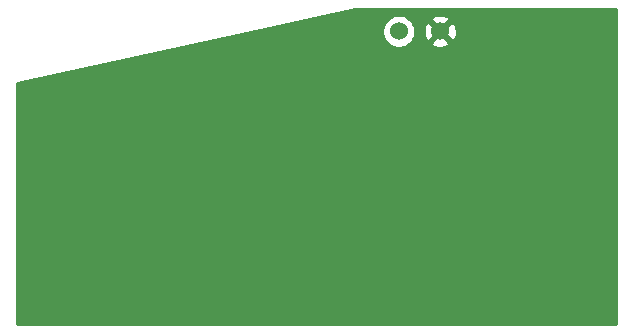
<source format=gbr>
G04 #@! TF.GenerationSoftware,KiCad,Pcbnew,5.1.2-f72e74a~84~ubuntu18.04.1*
G04 #@! TF.CreationDate,2019-07-08T15:36:52+02:00*
G04 #@! TF.ProjectId,prototype_1,70726f74-6f74-4797-9065-5f312e6b6963,rev?*
G04 #@! TF.SameCoordinates,Original*
G04 #@! TF.FileFunction,Copper,L2,Bot*
G04 #@! TF.FilePolarity,Positive*
%FSLAX46Y46*%
G04 Gerber Fmt 4.6, Leading zero omitted, Abs format (unit mm)*
G04 Created by KiCad (PCBNEW 5.1.2-f72e74a~84~ubuntu18.04.1) date 2019-07-08 15:36:52*
%MOMM*%
%LPD*%
G04 APERTURE LIST*
%ADD10C,1.524000*%
%ADD11C,0.800000*%
%ADD12C,0.254000*%
G04 APERTURE END LIST*
D10*
X157170000Y-106680000D03*
X153670000Y-106680000D03*
D11*
X121920000Y-125730000D03*
X123190000Y-125730000D03*
X123190000Y-120650000D03*
X121920000Y-120650000D03*
X170180000Y-125730000D03*
X171450000Y-125730000D03*
X171450000Y-120650000D03*
X170180000Y-120650000D03*
X149000000Y-122200000D03*
X149000000Y-123100000D03*
X149000000Y-121300000D03*
X149860000Y-121300000D03*
X150700000Y-123100000D03*
X150700000Y-121300000D03*
X150700000Y-122200000D03*
X149860000Y-123100000D03*
X149860000Y-122200000D03*
X168910000Y-120650000D03*
X168910000Y-125730000D03*
X124460000Y-120650000D03*
X124460000Y-125730000D03*
D12*
G36*
X172060000Y-131420000D02*
G01*
X121310000Y-131420000D01*
X121310000Y-111021937D01*
X141915834Y-106542408D01*
X152273000Y-106542408D01*
X152273000Y-106817592D01*
X152326686Y-107087490D01*
X152431995Y-107341727D01*
X152584880Y-107570535D01*
X152779465Y-107765120D01*
X153008273Y-107918005D01*
X153262510Y-108023314D01*
X153532408Y-108077000D01*
X153807592Y-108077000D01*
X154077490Y-108023314D01*
X154331727Y-107918005D01*
X154560535Y-107765120D01*
X154680090Y-107645565D01*
X156384040Y-107645565D01*
X156451020Y-107885656D01*
X156700048Y-108002756D01*
X156967135Y-108069023D01*
X157242017Y-108081910D01*
X157514133Y-108040922D01*
X157773023Y-107947636D01*
X157888980Y-107885656D01*
X157955960Y-107645565D01*
X157170000Y-106859605D01*
X156384040Y-107645565D01*
X154680090Y-107645565D01*
X154755120Y-107570535D01*
X154908005Y-107341727D01*
X155013314Y-107087490D01*
X155067000Y-106817592D01*
X155067000Y-106752017D01*
X155768090Y-106752017D01*
X155809078Y-107024133D01*
X155902364Y-107283023D01*
X155964344Y-107398980D01*
X156204435Y-107465960D01*
X156990395Y-106680000D01*
X157349605Y-106680000D01*
X158135565Y-107465960D01*
X158375656Y-107398980D01*
X158492756Y-107149952D01*
X158559023Y-106882865D01*
X158571910Y-106607983D01*
X158530922Y-106335867D01*
X158437636Y-106076977D01*
X158375656Y-105961020D01*
X158135565Y-105894040D01*
X157349605Y-106680000D01*
X156990395Y-106680000D01*
X156204435Y-105894040D01*
X155964344Y-105961020D01*
X155847244Y-106210048D01*
X155780977Y-106477135D01*
X155768090Y-106752017D01*
X155067000Y-106752017D01*
X155067000Y-106542408D01*
X155013314Y-106272510D01*
X154908005Y-106018273D01*
X154755120Y-105789465D01*
X154680090Y-105714435D01*
X156384040Y-105714435D01*
X157170000Y-106500395D01*
X157955960Y-105714435D01*
X157888980Y-105474344D01*
X157639952Y-105357244D01*
X157372865Y-105290977D01*
X157097983Y-105278090D01*
X156825867Y-105319078D01*
X156566977Y-105412364D01*
X156451020Y-105474344D01*
X156384040Y-105714435D01*
X154680090Y-105714435D01*
X154560535Y-105594880D01*
X154331727Y-105441995D01*
X154077490Y-105336686D01*
X153807592Y-105283000D01*
X153532408Y-105283000D01*
X153262510Y-105336686D01*
X153008273Y-105441995D01*
X152779465Y-105594880D01*
X152584880Y-105789465D01*
X152431995Y-106018273D01*
X152326686Y-106272510D01*
X152273000Y-106542408D01*
X141915834Y-106542408D01*
X149930912Y-104800000D01*
X172060001Y-104800000D01*
X172060000Y-131420000D01*
X172060000Y-131420000D01*
G37*
X172060000Y-131420000D02*
X121310000Y-131420000D01*
X121310000Y-111021937D01*
X141915834Y-106542408D01*
X152273000Y-106542408D01*
X152273000Y-106817592D01*
X152326686Y-107087490D01*
X152431995Y-107341727D01*
X152584880Y-107570535D01*
X152779465Y-107765120D01*
X153008273Y-107918005D01*
X153262510Y-108023314D01*
X153532408Y-108077000D01*
X153807592Y-108077000D01*
X154077490Y-108023314D01*
X154331727Y-107918005D01*
X154560535Y-107765120D01*
X154680090Y-107645565D01*
X156384040Y-107645565D01*
X156451020Y-107885656D01*
X156700048Y-108002756D01*
X156967135Y-108069023D01*
X157242017Y-108081910D01*
X157514133Y-108040922D01*
X157773023Y-107947636D01*
X157888980Y-107885656D01*
X157955960Y-107645565D01*
X157170000Y-106859605D01*
X156384040Y-107645565D01*
X154680090Y-107645565D01*
X154755120Y-107570535D01*
X154908005Y-107341727D01*
X155013314Y-107087490D01*
X155067000Y-106817592D01*
X155067000Y-106752017D01*
X155768090Y-106752017D01*
X155809078Y-107024133D01*
X155902364Y-107283023D01*
X155964344Y-107398980D01*
X156204435Y-107465960D01*
X156990395Y-106680000D01*
X157349605Y-106680000D01*
X158135565Y-107465960D01*
X158375656Y-107398980D01*
X158492756Y-107149952D01*
X158559023Y-106882865D01*
X158571910Y-106607983D01*
X158530922Y-106335867D01*
X158437636Y-106076977D01*
X158375656Y-105961020D01*
X158135565Y-105894040D01*
X157349605Y-106680000D01*
X156990395Y-106680000D01*
X156204435Y-105894040D01*
X155964344Y-105961020D01*
X155847244Y-106210048D01*
X155780977Y-106477135D01*
X155768090Y-106752017D01*
X155067000Y-106752017D01*
X155067000Y-106542408D01*
X155013314Y-106272510D01*
X154908005Y-106018273D01*
X154755120Y-105789465D01*
X154680090Y-105714435D01*
X156384040Y-105714435D01*
X157170000Y-106500395D01*
X157955960Y-105714435D01*
X157888980Y-105474344D01*
X157639952Y-105357244D01*
X157372865Y-105290977D01*
X157097983Y-105278090D01*
X156825867Y-105319078D01*
X156566977Y-105412364D01*
X156451020Y-105474344D01*
X156384040Y-105714435D01*
X154680090Y-105714435D01*
X154560535Y-105594880D01*
X154331727Y-105441995D01*
X154077490Y-105336686D01*
X153807592Y-105283000D01*
X153532408Y-105283000D01*
X153262510Y-105336686D01*
X153008273Y-105441995D01*
X152779465Y-105594880D01*
X152584880Y-105789465D01*
X152431995Y-106018273D01*
X152326686Y-106272510D01*
X152273000Y-106542408D01*
X141915834Y-106542408D01*
X149930912Y-104800000D01*
X172060001Y-104800000D01*
X172060000Y-131420000D01*
M02*

</source>
